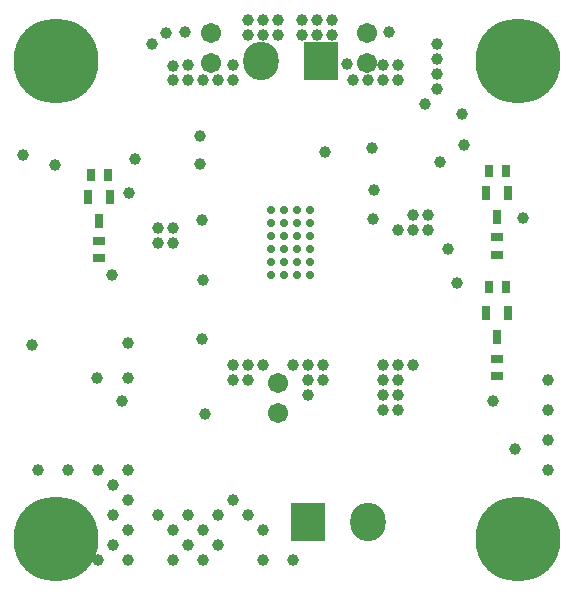
<source format=gbs>
G04*
G04 #@! TF.GenerationSoftware,Altium Limited,Altium Designer,21.3.2 (30)*
G04*
G04 Layer_Color=16711935*
%FSTAX25Y25*%
%MOIN*%
G70*
G04*
G04 #@! TF.SameCoordinates,B4C271EC-4B27-40F8-A0F4-B21306F732D5*
G04*
G04*
G04 #@! TF.FilePolarity,Negative*
G04*
G01*
G75*
%ADD37C,0.06706*%
%ADD38R,0.04343X0.02965*%
%ADD51R,0.11800X0.12800*%
%ADD52O,0.11800X0.12800*%
%ADD54C,0.03950*%
%ADD55C,0.03398*%
%ADD56C,0.02769*%
%ADD75R,0.02965X0.04343*%
%ADD76R,0.03162X0.04737*%
%ADD77C,0.28359*%
D37*
X0605Y0364D02*
D03*
Y0374D02*
D03*
X05827Y0480737D02*
D03*
Y0490737D02*
D03*
X06345Y0480737D02*
D03*
Y0490737D02*
D03*
D38*
X0678Y0382054D02*
D03*
Y0376346D02*
D03*
X05454Y0415472D02*
D03*
Y0421181D02*
D03*
X067807Y0416791D02*
D03*
Y04225D02*
D03*
D51*
X0615Y03278D02*
D03*
X06192Y04813D02*
D03*
D52*
X0635Y03278D02*
D03*
X05992Y04813D02*
D03*
D54*
X0645Y0365D02*
D03*
X06765Y03681D02*
D03*
X0595Y033D02*
D03*
X059Y0335D02*
D03*
X0575Y033D02*
D03*
X0565D02*
D03*
X057Y0325D02*
D03*
X0585Y033D02*
D03*
X058Y0325D02*
D03*
X0585Y032D02*
D03*
X0575D02*
D03*
X058Y0315D02*
D03*
X057D02*
D03*
X061D02*
D03*
X052Y045D02*
D03*
X05797Y04282D02*
D03*
X05801Y04082D02*
D03*
X05573Y04485D02*
D03*
X05677Y04905D02*
D03*
X0563Y0487D02*
D03*
X0642Y0491D02*
D03*
X0658Y0482D02*
D03*
Y0472D02*
D03*
Y0477D02*
D03*
Y0487D02*
D03*
X0654019Y0466919D02*
D03*
X0574118Y04909D02*
D03*
X06Y0325D02*
D03*
Y0315D02*
D03*
X0695Y0375D02*
D03*
Y0365D02*
D03*
Y0355D02*
D03*
Y0345D02*
D03*
X0525D02*
D03*
X0535D02*
D03*
X055Y032D02*
D03*
Y033D02*
D03*
Y034D02*
D03*
X0545Y0345D02*
D03*
X0555D02*
D03*
Y0335D02*
D03*
X0545Y0315D02*
D03*
X0555Y0325D02*
D03*
Y0315D02*
D03*
X05551Y03756D02*
D03*
X0637Y04383D02*
D03*
X06366Y04286D02*
D03*
X06206Y04511D02*
D03*
X06617Y04187D02*
D03*
X0658925Y04475D02*
D03*
X0655Y0425D02*
D03*
Y043D02*
D03*
X05791Y04564D02*
D03*
X057Y04797D02*
D03*
X0628Y04803D02*
D03*
X0575Y048D02*
D03*
X057Y0475D02*
D03*
X0575D02*
D03*
X058D02*
D03*
X0585D02*
D03*
X059D02*
D03*
X0645D02*
D03*
Y048D02*
D03*
X063Y0475D02*
D03*
X0635D02*
D03*
X064D02*
D03*
Y048D02*
D03*
X0613Y0495D02*
D03*
X0618D02*
D03*
X0623D02*
D03*
Y049D02*
D03*
X0618D02*
D03*
X0613D02*
D03*
X059Y048D02*
D03*
X0595Y0495D02*
D03*
Y049D02*
D03*
X06D02*
D03*
Y0495D02*
D03*
X0605D02*
D03*
Y049D02*
D03*
X06362Y04522D02*
D03*
X05549Y03872D02*
D03*
X05798Y03888D02*
D03*
X05552Y04372D02*
D03*
X05531Y0368D02*
D03*
X05308Y04466D02*
D03*
X05448Y03755D02*
D03*
X05805Y03638D02*
D03*
X0684Y03519D02*
D03*
X05231Y03865D02*
D03*
X06865Y04291D02*
D03*
X05497Y04099D02*
D03*
X06662Y04636D02*
D03*
X064Y0365D02*
D03*
X0645Y037D02*
D03*
X0667Y04532D02*
D03*
X0579Y04469D02*
D03*
X0645Y0425D02*
D03*
X065Y043D02*
D03*
X06646Y04074D02*
D03*
X057Y04256D02*
D03*
Y04206D02*
D03*
X0565D02*
D03*
Y04256D02*
D03*
X065Y0425D02*
D03*
X062Y0375D02*
D03*
Y038D02*
D03*
X0645Y0375D02*
D03*
X065Y038D02*
D03*
X0645D02*
D03*
X064D02*
D03*
Y0375D02*
D03*
Y037D02*
D03*
X0615D02*
D03*
Y0375D02*
D03*
Y038D02*
D03*
X061D02*
D03*
X0595Y0375D02*
D03*
X059D02*
D03*
X0595Y038D02*
D03*
X059D02*
D03*
X06D02*
D03*
D55*
X0680614Y0470828D02*
D03*
X0695378Y047693D02*
D03*
X0689276Y0491694D02*
D03*
X0674512Y0485591D02*
D03*
X0695378D02*
D03*
X0680614Y0491694D02*
D03*
X0674512Y047693D02*
D03*
X0689276Y0470828D02*
D03*
Y031145D02*
D03*
X0674512Y0317552D02*
D03*
X0680614Y0332316D02*
D03*
X0695378Y0326213D02*
D03*
X0674512D02*
D03*
X0689276Y0332316D02*
D03*
X0695378Y0317552D02*
D03*
X0680614Y031145D02*
D03*
X0535398Y0470828D02*
D03*
X0520634Y047693D02*
D03*
X0526736Y0491694D02*
D03*
X05415Y0485591D02*
D03*
X0520634D02*
D03*
X0535398Y0491694D02*
D03*
X05415Y047693D02*
D03*
X0526736Y0470828D02*
D03*
Y031145D02*
D03*
X05415Y0317552D02*
D03*
X0535398Y0332316D02*
D03*
X0520634Y0326213D02*
D03*
X05415D02*
D03*
X0526736Y0332316D02*
D03*
X0520634Y0317552D02*
D03*
X0535398Y031145D02*
D03*
D56*
X0602602Y0431527D02*
D03*
X0606932D02*
D03*
X0611263D02*
D03*
X0615594D02*
D03*
X0602602Y0427196D02*
D03*
X0606932D02*
D03*
X0611263D02*
D03*
X0615594D02*
D03*
X0602602Y0422865D02*
D03*
X0606932D02*
D03*
X0611263D02*
D03*
X0615594D02*
D03*
X0602602Y0418535D02*
D03*
X0606932D02*
D03*
X0611263D02*
D03*
X0615594D02*
D03*
X0602602Y0414204D02*
D03*
X0606932D02*
D03*
X0611263D02*
D03*
X0615594D02*
D03*
X0602602Y0409873D02*
D03*
X0606932D02*
D03*
X0611263D02*
D03*
X0615594D02*
D03*
D75*
X0680954Y0406D02*
D03*
X0675246D02*
D03*
X0542535Y0443281D02*
D03*
X0548243D02*
D03*
X0675177Y04448D02*
D03*
X0680885D02*
D03*
D76*
X0678058Y0389381D02*
D03*
X0681798Y0397255D02*
D03*
X0674318D02*
D03*
X05454Y042802D02*
D03*
X054914Y0435894D02*
D03*
X0541659D02*
D03*
X0678042Y0429445D02*
D03*
X0681782Y0437319D02*
D03*
X0674302D02*
D03*
D77*
X0684945Y0481261D02*
D03*
Y0321883D02*
D03*
X0531067Y0481261D02*
D03*
Y0321883D02*
D03*
M02*

</source>
